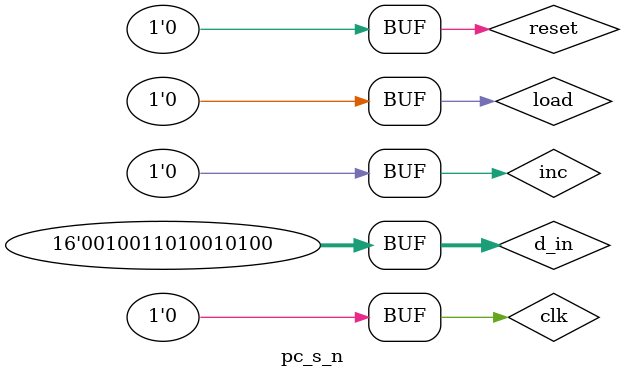
<source format=v>
module pc(out,reset,load,inc,d_in,clk);
input[15:0] d_in;
input reset,load,inc,clk;
output[15:0] out;
wire[15:0] p,out_inc,out_reset,out_load;
wire q,s;

binary_adder_16bit n1(p,,out,1,0);
mux_16 n2(out_inc,inc,out,p);
mux_16 n3(out_load,load,out_inc,d_in);
mux_16 n4(out_reset,reset,out_load,16'b0);
nand_or n5(s,load,inc);
nand_or n6(q,s,reset);
register n7(out,q,out_reset,clk);

endmodule
//test
module pc_s_n;
reg[15:0] d_in;
reg reset,load,inc,clk;
wire[15:0] out;
pc n1(out,reset,load,inc,d_in,clk);
initial
begin
	
	//reset
	reset = 1; load = 0; inc = 0;
	d_in = 1123; #2;
	clk = 0; #2; clk = 1; #2; clk = 0;
	#10;

	// increment
	reset = 0; inc = 1;
	d_in = 2345; #2;
	clk = 0; #2; clk = 1; #2; clk = 0;
	clk = 0; #2; clk = 1; #2; clk = 0;
	clk = 0; #2; clk = 1; #2; clk = 0;
	#10;

	// load
	reset = 0; load = 1; inc = 0;
	d_in = 5678; #2;
	clk = 0; #2; clk = 1; #2; clk = 0;
	#10;

	// store
	reset = 0; load = 0; inc = 0;
	d_in = 9876; #2;
	clk = 0; #2; clk = 1; #2; clk = 0;
	#10;
end

endmodule

</source>
